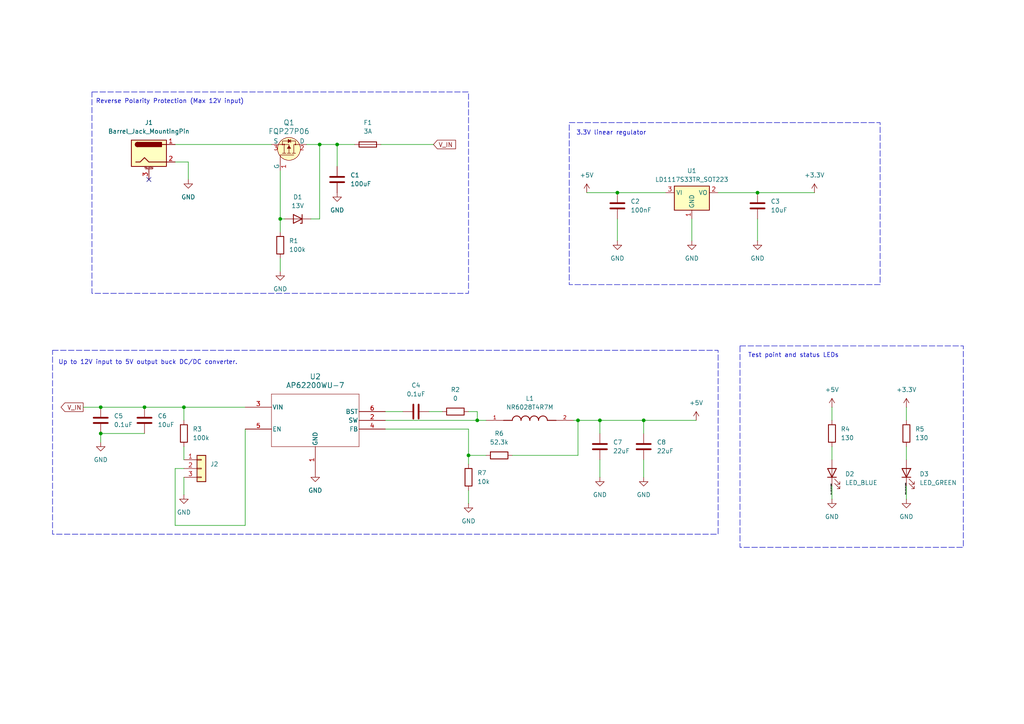
<source format=kicad_sch>
(kicad_sch (version 20250114) (generator "eeschema") (generator_version "9.0")
  (paper "A4")
  (title_block (title "Power Regulation/Protection") (date "2025-09-15") (rev "R1.0") (company "Cedric Roghi"))
  (lib_symbols
    (symbol "2025-09-12_03-45-01:AP62200WU-7" (pin_names (offset 0.254))
      (property "Reference" "U2" (at 20.32 10.16 0))
      (property "Value" "AP62200WU-7" (at 20.32 7.62 0))
      (symbol "AP62200WU-7_0_1"
        (polyline (pts (xy 7.62 5.08) (xy 7.62 -10.16)) (stroke (width 0.127)))
        (polyline (pts (xy 7.62 -10.16) (xy 33.02 -10.16)) (stroke (width 0.127)))
        (polyline (pts (xy 33.02 5.08) (xy 7.62 5.08)) (stroke (width 0.127)))
        (polyline (pts (xy 33.02 -10.16) (xy 33.02 5.08)) (stroke (width 0.127)))
        (pin power_in line (at 0 1.27 0) (length 7.62) (name "VIN") (number "3"))
        (pin input line (at 0 -5.08 0) (length 7.62) (name "EN") (number "5"))
        (pin power_out line (at 20.32 -17.78 90) (length 7.62) (name "GND") (number "1"))
        (pin input line (at 40.64 0 180) (length 7.62) (name "BST") (number "6"))
        (pin unspecified line (at 40.64 -2.54 180) (length 7.62) (name "SW") (number "2"))
        (pin unspecified line (at 40.64 -5.08 180) (length 7.62) (name "FB") (number "4"))
      )
    )
    (symbol "Connector:Barrel_Jack_MountingPin" (pin_names (hide yes))
      (property "Reference" "J1" (at 0 8.89 0))
      (property "Value" "Barrel_Jack_MountingPin" (at 0 6.35 0))
      (symbol "Barrel_Jack_MountingPin_0_1"
        (rectangle (start -5.08 3.81) (end 5.08 -3.81) (stroke (width 0.254)) (fill (type background)))
        (polyline (pts (xy -3.81 -2.54) (xy -2.54 -2.54) (xy -1.27 -1.27) (xy 0 -2.54) (xy 2.54 -2.54) (xy 5.08 -2.54)) (stroke (width 0.254)))
        (arc (start -3.302 1.905) (mid -3.9343 2.54) (end -3.302 3.175) (stroke (width 0.254)))
        (arc (start -3.302 1.905) (mid -3.9343 2.54) (end -3.302 3.175) (stroke (width 0.254)) (fill (type outline)))
        (rectangle (start 3.683 3.175) (end -3.302 1.905) (stroke (width 0.254)) (fill (type outline)))
        (polyline (pts (xy 5.08 2.54) (xy 3.81 2.54)) (stroke (width 0.254)))
      )
      (symbol "Barrel_Jack_MountingPin_1_1"
        (polyline (pts (xy -1.016 -4.572) (xy 1.016 -4.572)) (stroke (width 0.1524)))
        (text "Mounting" (at 0 -4.191 0) (effects (font (size 0.381 0.381))))
        (pin passive line (at 0 -7.62 90) (length 3.048) (name "MountPin") (number "3"))
        (pin passive line (at 7.62 2.54 180) (length 2.54) (name "~") (number "1"))
        (pin passive line (at 7.62 -2.54 180) (length 2.54) (name "~") (number "2"))
      )
    )
    (symbol "Connector_Generic:Conn_01x03" (pin_names (offset 1.016) (hide yes))
      (property "Reference" "J" (at 0 5.08 0))
      (property "Value" "Conn_01x03" (at 0 -5.08 0))
      (symbol "Conn_01x03_1_1"
        (rectangle (start -1.27 3.81) (end 1.27 -3.81) (stroke (width 0.254)) (fill (type background)))
        (rectangle (start -1.27 2.667) (end 0 2.413) (stroke (width 0.1524)))
        (rectangle (start -1.27 0.127) (end 0 -0.127) (stroke (width 0.1524)))
        (rectangle (start -1.27 -2.413) (end 0 -2.667) (stroke (width 0.1524)))
        (pin passive line (at -5.08 2.54 0) (length 3.81) (name "Pin_1") (number "1"))
        (pin passive line (at -5.08 0 0) (length 3.81) (name "Pin_2") (number "2"))
        (pin passive line (at -5.08 -2.54 0) (length 3.81) (name "Pin_3") (number "3"))
      )
    )
    (symbol "Device:C" (pin_numbers (hide yes)) (pin_names (offset 0.254))
      (property "Reference" "C" (at 0.635 2.54 0))
      (property "Value" "C" (at 0.635 -2.54 0))
      (symbol "C_0_1"
        (polyline (pts (xy -2.032 0.762) (xy 2.032 0.762)) (stroke (width 0.508)))
        (polyline (pts (xy -2.032 -0.762) (xy 2.032 -0.762)) (stroke (width 0.508)))
      )
      (symbol "C_1_1"
        (pin passive line (at 0 3.81 270) (length 2.794) (name "~") (number "1"))
        (pin passive line (at 0 -3.81 90) (length 2.794) (name "~") (number "2"))
      )
    )
    (symbol "Device:D_Zener" (pin_numbers (hide yes)) (pin_names (offset 1.016) (hide yes))
      (property "Reference" "D" (at 0 2.54 0))
      (property "Value" "D_Zener" (at 0 -2.54 0))
      (symbol "D_Zener_0_1"
        (polyline (pts (xy -1.27 -1.27) (xy -1.27 1.27) (xy -0.762 1.27)) (stroke (width 0.254)))
        (polyline (pts (xy 1.27 0) (xy -1.27 0)))
        (polyline (pts (xy 1.27 -1.27) (xy 1.27 1.27) (xy -1.27 0) (xy 1.27 -1.27)) (stroke (width 0.254)))
      )
      (symbol "D_Zener_1_1"
        (pin passive line (at -3.81 0 0) (length 2.54) (name "K") (number "1"))
        (pin passive line (at 3.81 0 180) (length 2.54) (name "A") (number "2"))
      )
    )
    (symbol "Device:Fuse" (pin_numbers (hide yes)) (pin_names (offset 0))
      (property "Reference" "F" (at 2.032 0 90))
      (property "Value" "Fuse" (at -1.905 0 90))
      (symbol "Fuse_0_1"
        (rectangle (start -0.762 -2.54) (end 0.762 2.54) (stroke (width 0.254)))
        (polyline (pts (xy 0 2.54) (xy 0 -2.54)))
      )
      (symbol "Fuse_1_1"
        (pin passive line (at 0 3.81 270) (length 1.27) (name "~") (number "1"))
        (pin passive line (at 0 -3.81 90) (length 1.27) (name "~") (number "2"))
      )
    )
    (symbol "Device:LED" (pin_numbers (hide yes)) (pin_names (offset 1.016) (hide yes))
      (property "Reference" "D" (at 0 2.54 0))
      (property "Value" "LED" (at 0 -2.54 0))
      (symbol "LED_0_1"
        (polyline (pts (xy -3.048 -0.762) (xy -4.572 -2.286) (xy -3.81 -2.286) (xy -4.572 -2.286) (xy -4.572 -1.524)))
        (polyline (pts (xy -1.778 -0.762) (xy -3.302 -2.286) (xy -2.54 -2.286) (xy -3.302 -2.286) (xy -3.302 -1.524)))
        (polyline (pts (xy -1.27 0) (xy 1.27 0)))
        (polyline (pts (xy -1.27 -1.27) (xy -1.27 1.27)) (stroke (width 0.254)))
        (polyline (pts (xy 1.27 -1.27) (xy 1.27 1.27) (xy -1.27 0) (xy 1.27 -1.27)) (stroke (width 0.254)))
      )
      (symbol "LED_1_1"
        (pin passive line (at -3.81 0 0) (length 2.54) (name "K") (number "1"))
        (pin passive line (at 3.81 0 180) (length 2.54) (name "A") (number "2"))
      )
    )
    (symbol "Device:R" (pin_numbers (hide yes)) (pin_names (offset 0))
      (property "Reference" "R" (at 2.032 0 90))
      (property "Value" "R" (at 0 0 90))
      (symbol "R_0_1"
        (rectangle (start -1.016 -2.54) (end 1.016 2.54) (stroke (width 0.254)))
      )
      (symbol "R_1_1"
        (pin passive line (at 0 3.81 270) (length 1.27) (name "~") (number "1"))
        (pin passive line (at 0 -3.81 90) (length 1.27) (name "~") (number "2"))
      )
    )
    (symbol "NR6028T4R7M:NR6028T4R7M" (pin_names (offset 1.016))
      (property "Reference" "L" (at -5.08 2.54 0))
      (property "Value" "NR6028T4R7M" (at -5.08 -2.54 0))
      (symbol "NR6028T4R7M_0_0"
        (polyline (pts (xy -5.08 0) (xy -7.62 0)) (stroke (width 0.254)))
        (arc (start -5.08 0) (mid -3.81 1.2645) (end -2.54 0) (stroke (width 0.254)))
        (arc (start -2.54 0) (mid -1.27 1.2645) (end 0 0) (stroke (width 0.254)))
        (arc (start 0 0) (mid 1.27 1.2645) (end 2.54 0) (stroke (width 0.254)))
        (arc (start 2.54 0) (mid 3.81 1.2645) (end 5.08 0) (stroke (width 0.254)))
        (polyline (pts (xy 5.08 0) (xy 7.62 0)) (stroke (width 0.254)))
        (pin passive line (at -12.7 0 0) (length 5.08) (name "~") (number "1"))
        (pin passive line (at 12.7 0 180) (length 5.08) (name "~") (number "2"))
      )
    )
    (symbol "Regulator_Linear:LD1117S33TR_SOT223"
      (property "Reference" "U" (at -3.81 3.175 0))
      (property "Value" "LD1117S33TR_SOT223" (at 0 3.175 0))
      (symbol "LD1117S33TR_SOT223_0_1"
        (rectangle (start -5.08 -5.08) (end 5.08 1.905) (stroke (width 0.254)) (fill (type background)))
      )
      (symbol "LD1117S33TR_SOT223_1_1"
        (pin power_in line (at -7.62 0 0) (length 2.54) (name "VI") (number "3"))
        (pin power_in line (at 0 -7.62 90) (length 2.54) (name "GND") (number "1"))
        (pin power_out line (at 7.62 0 180) (length 2.54) (name "VO") (number "2"))
      )
    )
    (symbol "dk_Transistors-FETs-MOSFETs-Single:FQP27P06" (pin_names (offset 0))
      (property "Reference" "Q" (at -2.6924 3.6322 0))
      (property "Value" "FQP27P06" (at 3.4544 0 90))
      (symbol "FQP27P06_0_1"
        (polyline (pts (xy -5.08 -2.54) (xy -3.048 -2.54) (xy -3.048 1.397)))
        (circle (center -1.27 0) (radius 3.302) (fill (type background)))
        (polyline (pts (xy -0.127 -1.905) (xy 1.016 -1.905) (xy 1.016 1.397) (xy 1.016 1.905) (xy -0.127 1.905)))
        (polyline (pts (xy 0 2.54) (xy 0 1.397) (xy -2.54 1.397)))
        (circle (center 0 1.905) (radius 0.127))
        (polyline (pts (xy 0 -1.397) (xy -2.54 -1.397)))
        (circle (center 0 -1.397) (radius 0.127))
        (circle (center 0 -1.905) (radius 0.127))
        (polyline (pts (xy 0 -2.54) (xy 0 0) (xy -2.54 0)))
      )
      (symbol "FQP27P06_1_1"
        (polyline (pts (xy -2.54 1.905) (xy -2.54 0.889)))
        (polyline (pts (xy -2.54 0) (xy -2.54 0.508)))
        (polyline (pts (xy -2.54 0) (xy -2.54 -0.508)))
        (polyline (pts (xy -2.54 -1.397) (xy -2.54 -0.889)))
        (polyline (pts (xy -2.54 -1.397) (xy -2.54 -1.905)))
        (polyline (pts (xy -0.381 0) (xy -1.143 0.508) (xy -1.143 -0.508) (xy -0.381 0)) (fill (type outline)))
        (polyline (pts (xy 1.016 0.508) (xy 0.508 -0.254) (xy 1.524 -0.254) (xy 1.016 0.508)) (fill (type outline)))
        (polyline (pts (xy 1.524 0.508) (xy 0.508 0.508)))
        (pin bidirectional line (at -7.62 -2.54 0) (length 2.54) (name "G") (number "1"))
        (pin bidirectional line (at 0 5.08 270) (length 2.54) (name "D") (number "2"))
        (pin bidirectional line (at 0 -5.08 90) (length 2.54) (name "S") (number "3"))
      )
    )
    (symbol "power:+3.3V" (power) (pin_numbers (hide yes)) (pin_names (offset 0) (hide yes))
      (property "Value" "+3.3V" (at 0 3.556 0))
      (symbol "+3.3V_0_1"
        (polyline (pts (xy -0.762 1.27) (xy 0 2.54)))
        (polyline (pts (xy 0 2.54) (xy 0.762 1.27)))
        (polyline (pts (xy 0 0) (xy 0 2.54)))
      )
      (symbol "+3.3V_1_1"
        (pin power_in line (at 0 0 90) (length 0) (name "~") (number "1"))
      )
    )
    (symbol "power:+5V" (power) (pin_numbers (hide yes)) (pin_names (offset 0) (hide yes))
      (property "Value" "+5V" (at 0 3.556 0))
      (symbol "+5V_0_1"
        (polyline (pts (xy -0.762 1.27) (xy 0 2.54)))
        (polyline (pts (xy 0 2.54) (xy 0.762 1.27)))
        (polyline (pts (xy 0 0) (xy 0 2.54)))
      )
      (symbol "+5V_1_1"
        (pin power_in line (at 0 0 90) (length 0) (name "~") (number "1"))
      )
    )
    (symbol "power:GND" (power) (pin_numbers (hide yes)) (pin_names (offset 0) (hide yes))
      (property "Value" "GND" (at 0 -3.81 0))
      (symbol "GND_0_1"
        (polyline (pts (xy 0 0) (xy 0 -1.27) (xy 1.27 -1.27) (xy 0 -2.54) (xy -1.27 -1.27) (xy 0 -1.27)))
      )
      (symbol "GND_1_1"
        (pin power_in line (at 0 0 270) (length 0) (name "~") (number "1"))
      )
    )
  )
  (rectangle (start 26.67 26.67) (end 135.89 85.09) (stroke (width 0) (type dash)))
  (rectangle (start 165.1 35.56) (end 255.27 82.55) (stroke (width 0) (type dash)))
  (rectangle (start 214.63 100.33) (end 279.4 158.75) (stroke (width 0) (type dash)))
  (rectangle (start 15.24 101.6) (end 208.28 154.94) (stroke (width 0) (type dash)))
  (text "Up to 12V input to 5V output buck DC/DC converter." (at 42.926 105.156 0) (effects (font (size 1.27 1.27))))
  (text "3.3V linear regulator" (at 177.292 38.608 0) (effects (font (size 1.27 1.27))))
  (text "Test point and status LEDs" (at 230.124 103.124 0) (effects (font (size 1.27 1.27))))
  (text "Reverse Polarity Protection (Max 12V input)" (at 49.276 29.464 0) (effects (font (size 1.27 1.27))))
  (junction (at 179.07 55.88))
  (junction (at 29.21 118.11))
  (junction (at 173.99 121.92))
  (junction (at 97.79 41.91))
  (junction (at 53.34 118.11))
  (junction (at 41.91 118.11))
  (junction (at 167.64 121.92))
  (junction (at 29.21 125.73))
  (junction (at 92.71 41.91))
  (junction (at 135.89 132.08))
  (junction (at 81.28 63.5))
  (junction (at 138.43 121.92))
  (junction (at 219.71 55.88))
  (junction (at 186.69 121.92))
  (no_connect (at 43.18 52.07))
  (wire (pts (xy 241.3 140.97) (xy 241.3 144.78)))
  (wire (pts (xy 167.64 121.92) (xy 173.99 121.92)))
  (wire (pts (xy 53.34 138.43) (xy 53.34 143.51)))
  (wire (pts (xy 186.69 133.35) (xy 186.69 138.43)))
  (wire (pts (xy 97.79 41.91) (xy 97.79 48.26)))
  (wire (pts (xy 41.91 118.11) (xy 53.34 118.11)))
  (wire (pts (xy 82.55 63.5) (xy 81.28 63.5)))
  (wire (pts (xy 208.28 55.88) (xy 219.71 55.88)))
  (wire (pts (xy 200.66 63.5) (xy 200.66 69.85)))
  (wire (pts (xy 29.21 128.27) (xy 29.21 125.73)))
  (wire (pts (xy 111.76 121.92) (xy 138.43 121.92)))
  (wire (pts (xy 50.8 152.4) (xy 50.8 135.89)))
  (wire (pts (xy 179.07 55.88) (xy 193.04 55.88)))
  (wire (pts (xy 135.89 132.08) (xy 135.89 134.62)))
  (wire (pts (xy 90.17 63.5) (xy 92.71 63.5)))
  (wire (pts (xy 92.71 41.91) (xy 92.71 63.5)))
  (wire (pts (xy 219.71 55.88) (xy 236.22 55.88)))
  (wire (pts (xy 179.07 63.5) (xy 179.07 69.85)))
  (wire (pts (xy 173.99 121.92) (xy 186.69 121.92)))
  (wire (pts (xy 53.34 118.11) (xy 53.34 121.92)))
  (wire (pts (xy 167.64 132.08) (xy 148.59 132.08)))
  (wire (pts (xy 41.91 125.73) (xy 29.21 125.73)))
  (wire (pts (xy 50.8 41.91) (xy 78.74 41.91)))
  (wire (pts (xy 173.99 121.92) (xy 173.99 125.73)))
  (wire (pts (xy 97.79 41.91) (xy 102.87 41.91)))
  (wire (pts (xy 53.34 129.54) (xy 53.34 133.35)))
  (wire (pts (xy 92.71 41.91) (xy 97.79 41.91)))
  (wire (pts (xy 111.76 124.46) (xy 135.89 124.46)))
  (wire (pts (xy 135.89 142.24) (xy 135.89 146.05)))
  (wire (pts (xy 54.61 52.07) (xy 54.61 46.99)))
  (wire (pts (xy 186.69 121.92) (xy 201.93 121.92)))
  (wire (pts (xy 186.69 121.92) (xy 186.69 125.73)))
  (wire (pts (xy 138.43 121.92) (xy 140.97 121.92)))
  (wire (pts (xy 167.64 121.92) (xy 166.37 121.92)))
  (wire (pts (xy 241.3 129.54) (xy 241.3 133.35)))
  (wire (pts (xy 262.89 129.54) (xy 262.89 133.35)))
  (wire (pts (xy 53.34 118.11) (xy 71.12 118.11)))
  (wire (pts (xy 110.49 41.91) (xy 125.73 41.91)))
  (wire (pts (xy 262.89 118.11) (xy 262.89 121.92)))
  (wire (pts (xy 81.28 74.93) (xy 81.28 78.74)))
  (wire (pts (xy 29.21 118.11) (xy 41.91 118.11)))
  (wire (pts (xy 50.8 152.4) (xy 71.12 152.4)))
  (wire (pts (xy 54.61 46.99) (xy 50.8 46.99)))
  (wire (pts (xy 124.46 119.38) (xy 128.27 119.38)))
  (wire (pts (xy 241.3 118.11) (xy 241.3 121.92)))
  (wire (pts (xy 219.71 63.5) (xy 219.71 69.85)))
  (wire (pts (xy 138.43 119.38) (xy 138.43 121.92)))
  (wire (pts (xy 81.28 63.5) (xy 81.28 49.53)))
  (wire (pts (xy 111.76 119.38) (xy 116.84 119.38)))
  (wire (pts (xy 140.97 132.08) (xy 135.89 132.08)))
  (wire (pts (xy 24.13 118.11) (xy 29.21 118.11)))
  (wire (pts (xy 167.64 121.92) (xy 167.64 132.08)))
  (wire (pts (xy 50.8 135.89) (xy 53.34 135.89)))
  (wire (pts (xy 135.89 124.46) (xy 135.89 132.08)))
  (wire (pts (xy 71.12 124.46) (xy 71.12 152.4)))
  (wire (pts (xy 135.89 119.38) (xy 138.43 119.38)))
  (wire (pts (xy 170.18 55.88) (xy 179.07 55.88)))
  (wire (pts (xy 262.89 140.97) (xy 262.89 144.78)))
  (wire (pts (xy 81.28 63.5) (xy 81.28 67.31)))
  (wire (pts (xy 88.9 41.91) (xy 92.71 41.91)))
  (wire (pts (xy 173.99 133.35) (xy 173.99 138.43)))
  (label "5V_LED_CATHODE" (at 241.3 143.51 90) (effects (font (size 0.254 0.254))))
  (label "3V3_LED_CATHODE" (at 262.89 143.51 90) (effects (font (size 0.254 0.254))))
  (global_label "V_IN" (shape input) (at 125.73 41.91 0) (property "Intersheetrefs" "${INTERSHEET_REFS}" (effects (hide yes))))
  (global_label "V_IN" (shape output) (at 24.13 118.11 180) (property "Intersheetrefs" "${INTERSHEET_REFS}" (effects (hide yes))))
  (symbol (lib_id "Device:C") (at 41.91 121.92 0) (unit 1)
    (property "Reference" "C6" (at 45.72 120.6499 0) (effects (justify left)))
    (property "Value" "10uF" (at 45.72 123.1899 0) (effects (justify left)))
    (property "Footprint" "Capacitor_SMD:C_0603_1608Metric_Pad1.08x0.95mm_HandSolder" (effects (hide yes)))
    (property "Description" "Unpolarized capacitor" (effects (hide yes)))
  )
  (symbol (lib_id "power:GND") (at 173.99 138.43 0) (unit 1)
    (property "Reference" "#PWR013" (effects (hide yes)))
    (property "Value" "GND" (at 173.99 143.51 0))
    (property "Description" "Power symbol creates a global label with name \"GND\" , ground" (effects (hide yes)))
  )
  (symbol (lib_id "2025-09-12_03-45-01:AP62200WU-7") (at 71.12 119.38 0) (unit 1)
    (property "Reference" "U2" (at 91.44 109.22 0) (effects (font (size 1.524 1.524))))
    (property "Value" "AP62200WU-7" (at 91.44 111.76 0) (effects (font (size 1.524 1.524))))
    (property "Footprint" "AP62200WU:TSOT26-WU_DIO-M" (effects (hide yes)))
    (property "Datasheet" "AP62200WU-7" (effects (hide yes)))
  )
  (symbol (lib_id "Device:R") (at 144.78 132.08 90) (unit 1)
    (property "Reference" "R6" (at 144.78 125.73 90))
    (property "Value" "52.3k" (at 144.78 128.27 90))
    (property "Footprint" "Resistor_SMD:R_0603_1608Metric_Pad0.98x0.95mm_HandSolder" (effects (hide yes)))
    (property "Description" "Resistor" (effects (hide yes)))
  )
  (symbol (lib_id "Device:R") (at 132.08 119.38 90) (unit 1)
    (property "Reference" "R2" (at 132.08 113.03 90))
    (property "Value" "0" (at 132.08 115.57 90))
    (property "Footprint" "Resistor_SMD:R_0603_1608Metric_Pad0.98x0.95mm_HandSolder" (effects (hide yes)))
    (property "Description" "Resistor" (effects (hide yes)))
  )
  (symbol (lib_id "power:GND") (at 200.66 69.85 0) (unit 1)
    (property "Reference" "#PWR05" (effects (hide yes)))
    (property "Value" "GND" (at 200.66 74.93 0))
    (property "Description" "Power symbol creates a global label with name \"GND\" , ground" (effects (hide yes)))
  )
  (symbol (lib_id "power:GND") (at 241.3 144.78 0) (unit 1)
    (property "Reference" "#PWR016" (effects (hide yes)))
    (property "Value" "GND" (at 241.3 149.86 0))
    (property "Description" "Power symbol creates a global label with name \"GND\" , ground" (effects (hide yes)))
  )
  (symbol (lib_id "Connector:Barrel_Jack_MountingPin") (at 43.18 44.45 0) (unit 1)
    (property "Reference" "J1" (at 43.18 35.56 0))
    (property "Value" "Barrel_Jack_MountingPin" (at 43.18 38.1 0))
    (property "Footprint" "Connector_BarrelJack:BarrelJack_Horizontal" (effects (hide yes)))
    (property "Description" "DC Barrel Jack with a mounting pin" (effects (hide yes)))
  )
  (symbol (lib_id "power:GND") (at 81.28 78.74 0) (unit 1)
    (property "Reference" "#PWR06" (effects (hide yes)))
    (property "Value" "GND" (at 81.28 83.82 0))
    (property "Description" "Power symbol creates a global label with name \"GND\" , ground" (effects (hide yes)))
  )
  (symbol (lib_id "power:GND") (at 54.61 52.07 0) (unit 1)
    (property "Reference" "#PWR01" (effects (hide yes)))
    (property "Value" "GND" (at 54.61 57.15 0))
    (property "Description" "Power symbol creates a global label with name \"GND\" , ground" (effects (hide yes)))
  )
  (symbol (lib_id "Device:C") (at 29.21 121.92 0) (unit 1)
    (property "Reference" "C5" (at 33.02 120.6499 0) (effects (justify left)))
    (property "Value" "0.1uF" (at 33.02 123.1899 0) (effects (justify left)))
    (property "Footprint" "Capacitor_SMD:C_0603_1608Metric_Pad1.08x0.95mm_HandSolder" (effects (hide yes)))
    (property "Description" "Unpolarized capacitor" (effects (hide yes)))
  )
  (symbol (lib_id "dk_Transistors-FETs-MOSFETs-Single:FQP27P06") (at 83.82 41.91 270) (mirror x) (unit 1)
    (property "Reference" "Q1" (at 83.82 35.56 90) (effects (font (size 1.524 1.524))))
    (property "Value" "FQP27P06" (at 83.82 38.1 90) (effects (font (size 1.524 1.524))))
    (property "Footprint" "digikey-footprints:TO-220-3" (effects (hide yes)))
    (property "Datasheet" "https://www.onsemi.com/pub/Collateral/FQP27P06-D.PDF" (effects (hide yes)))
    (property "Description" "MOSFET P-CH 60V 27A TO-220" (effects (hide yes)))
    (property "Digi-Key_PN" "FQP27P06-ND" (effects (hide yes)))
    (property "MPN" "FQP27P06" (effects (hide yes)))
    (property "Category" "Discrete Semiconductor Products" (effects (hide yes)))
    (property "Family" "Transistors - FETs, MOSFETs - Single" (effects (hide yes)))
    (property "DK_Datasheet_Link" "https://www.onsemi.com/pub/Collateral/FQP27P06-D.PDF" (effects (hide yes)))
    (property "DK_Detail_Page" "/product-detail/en/on-semiconductor/FQP27P06/FQP27P06-ND/965349" (effects (hide yes)))
    (property "Description_1" "MOSFET P-CH 60V 27A TO-220" (effects (hide yes)))
    (property "Manufacturer" "ON Semiconductor" (effects (hide yes)))
    (property "Status" "Active" (effects (hide yes)))
  )
  (symbol (lib_id "power:+5V") (at 201.93 121.92 0) (unit 1)
    (property "Reference" "#PWR09" (effects (hide yes)))
    (property "Value" "+5V" (at 201.93 116.84 0))
    (property "Description" "Power symbol creates a global label with name \"+5V\"" (effects (hide yes)))
  )
  (symbol (lib_id "power:GND") (at 91.44 137.16 0) (unit 1)
    (property "Reference" "#PWR012" (effects (hide yes)))
    (property "Value" "GND" (at 91.44 142.24 0))
    (property "Description" "Power symbol creates a global label with name \"GND\" , ground" (effects (hide yes)))
  )
  (symbol (lib_id "Device:R") (at 262.89 125.73 0) (unit 1)
    (property "Reference" "R5" (at 265.43 124.4599 0) (effects (justify left)))
    (property "Value" "130" (at 265.43 126.9999 0) (effects (justify left)))
    (property "Footprint" "Resistor_SMD:R_0603_1608Metric_Pad0.98x0.95mm_HandSolder" (effects (hide yes)))
    (property "Description" "Resistor" (effects (hide yes)))
  )
  (symbol (lib_id "NR6028T4R7M:NR6028T4R7M") (at 153.67 121.92 0) (unit 1)
    (property "Reference" "L1" (at 153.67 115.57 0))
    (property "Value" "NR6028T4R7M" (at 153.67 118.11 0))
    (property "Footprint" "NR6028T4R7M:IND_NR6028T4R7M" (effects (hide yes)))
    (property "STANDARD" "Manufacturer Recommendation" (effects (hide yes)))
    (property "MANUFACTURER" "Taiyo Yuden" (effects (hide yes)))
  )
  (symbol (lib_id "power:GND") (at 53.34 143.51 0) (unit 1)
    (property "Reference" "#PWR015" (effects (hide yes)))
    (property "Value" "GND" (at 53.34 148.59 0))
    (property "Description" "Power symbol creates a global label with name \"GND\" , ground" (effects (hide yes)))
  )
  (symbol (lib_id "power:+3.3V") (at 236.22 55.88 0) (unit 1)
    (property "Reference" "#PWR04" (effects (hide yes)))
    (property "Value" "+3.3V" (at 236.22 50.8 0))
    (property "Description" "Power symbol creates a global label with name \"+3.3V\"" (effects (hide yes)))
  )
  (symbol (lib_id "power:GND") (at 219.71 69.85 0) (unit 1)
    (property "Reference" "#PWR057" (effects (hide yes)))
    (property "Value" "GND" (at 219.71 74.93 0))
    (property "Description" "Power symbol creates a global label with name \"GND\" , ground" (effects (hide yes)))
  )
  (symbol (lib_id "Device:R") (at 53.34 125.73 0) (unit 1)
    (property "Reference" "R3" (at 55.88 124.4599 0) (effects (justify left)))
    (property "Value" "100k" (at 55.88 126.9999 0) (effects (justify left)))
    (property "Footprint" "Resistor_SMD:R_0603_1608Metric_Pad0.98x0.95mm_HandSolder" (effects (hide yes)))
    (property "Description" "Resistor" (effects (hide yes)))
  )
  (symbol (lib_id "Device:R") (at 81.28 71.12 0) (unit 1)
    (property "Reference" "R1" (at 83.82 69.8499 0) (effects (justify left)))
    (property "Value" "100k" (at 83.82 72.3899 0) (effects (justify left)))
    (property "Footprint" "Resistor_SMD:R_0603_1608Metric_Pad0.98x0.95mm_HandSolder" (effects (hide yes)))
    (property "Description" "Resistor" (effects (hide yes)))
  )
  (symbol (lib_id "power:GND") (at 179.07 69.85 0) (unit 1)
    (property "Reference" "#PWR058" (effects (hide yes)))
    (property "Value" "GND" (at 179.07 74.93 0))
    (property "Description" "Power symbol creates a global label with name \"GND\" , ground" (effects (hide yes)))
  )
  (symbol (lib_id "Device:R") (at 135.89 138.43 0) (unit 1)
    (property "Reference" "R7" (at 138.43 137.1599 0) (effects (justify left)))
    (property "Value" "10k" (at 138.43 139.6999 0) (effects (justify left)))
    (property "Footprint" "Resistor_SMD:R_0603_1608Metric_Pad0.98x0.95mm_HandSolder" (effects (hide yes)))
    (property "Description" "Resistor" (effects (hide yes)))
  )
  (symbol (lib_id "Device:C") (at 219.71 59.69 0) (unit 1)
    (property "Reference" "C3" (at 223.52 58.4199 0) (effects (justify left)))
    (property "Value" "10uF" (at 223.52 60.9599 0) (effects (justify left)))
    (property "Footprint" "Capacitor_SMD:C_0603_1608Metric_Pad1.08x0.95mm_HandSolder" (effects (hide yes)))
    (property "Description" "Unpolarized capacitor" (effects (hide yes)))
  )
  (symbol (lib_id "Device:C") (at 179.07 59.69 0) (unit 1)
    (property "Reference" "C2" (at 182.88 58.4199 0) (effects (justify left)))
    (property "Value" "100nF" (at 182.88 60.9599 0) (effects (justify left)))
    (property "Footprint" "Capacitor_SMD:C_0603_1608Metric_Pad1.08x0.95mm_HandSolder" (effects (hide yes)))
    (property "Description" "Unpolarized capacitor" (effects (hide yes)))
  )
  (symbol (lib_id "power:GND") (at 262.89 144.78 0) (unit 1)
    (property "Reference" "#PWR017" (effects (hide yes)))
    (property "Value" "GND" (at 262.89 149.86 0))
    (property "Description" "Power symbol creates a global label with name \"GND\" , ground" (effects (hide yes)))
  )
  (symbol (lib_id "Device:Fuse") (at 106.68 41.91 270) (mirror x) (unit 1)
    (property "Reference" "F1" (at 106.68 35.56 90))
    (property "Value" "3A" (at 106.68 38.1 90))
    (property "Footprint" "Fuse:Fuse_0603_1608Metric_Pad1.05x0.95mm_HandSolder" (effects (hide yes)))
    (property "Description" "Fuse" (effects (hide yes)))
  )
  (symbol (lib_id "power:+3.3V") (at 262.89 118.11 0) (unit 1)
    (property "Reference" "#PWR08" (effects (hide yes)))
    (property "Value" "+3.3V" (at 262.89 113.03 0))
    (property "Description" "Power symbol creates a global label with name \"+3.3V\"" (effects (hide yes)))
  )
  (symbol (lib_id "power:+5V") (at 241.3 118.11 0) (unit 1)
    (property "Reference" "#PWR07" (effects (hide yes)))
    (property "Value" "+5V" (at 241.3 113.03 0))
    (property "Description" "Power symbol creates a global label with name \"+5V\"" (effects (hide yes)))
  )
  (symbol (lib_id "Device:D_Zener") (at 86.36 63.5 180) (unit 1)
    (property "Reference" "D1" (at 86.36 57.15 0))
    (property "Value" "13V" (at 86.36 59.69 0))
    (property "Footprint" "Diode_SMD:Nexperia_CFP3_SOD-123W" (effects (hide yes)))
    (property "Datasheet" "https://www.digikey.co.nz/en/products/detail/diodes-incorporated/BZT52C10-7-F/717726" (effects (hide yes)))
    (property "Description" "Zener diode" (effects (hide yes)))
  )
  (symbol (lib_id "Device:LED") (at 262.89 137.16 90) (unit 1)
    (property "Reference" "D3" (at 266.7 137.4774 90) (effects (justify right)))
    (property "Value" "LED_GREEN" (at 266.7 140.0174 90) (effects (justify right)))
    (property "Footprint" "LED_SMD:LED_0603_1608Metric_Pad1.05x0.95mm_HandSolder" (effects (hide yes)))
    (property "Description" "Light emitting diode" (effects (hide yes)))
    (property "Sim.Pins" "1=K 2=A" (effects (hide yes)))
  )
  (symbol (lib_id "power:GND") (at 135.89 146.05 0) (unit 1)
    (property "Reference" "#PWR018" (effects (hide yes)))
    (property "Value" "GND" (at 135.89 151.13 0))
    (property "Description" "Power symbol creates a global label with name \"GND\" , ground" (effects (hide yes)))
  )
  (symbol (lib_id "power:GND") (at 29.21 128.27 0) (unit 1)
    (property "Reference" "#PWR011" (effects (hide yes)))
    (property "Value" "GND" (at 29.21 133.35 0))
    (property "Description" "Power symbol creates a global label with name \"GND\" , ground" (effects (hide yes)))
  )
  (symbol (lib_id "power:+5V") (at 170.18 55.88 0) (unit 1)
    (property "Reference" "#PWR03" (effects (hide yes)))
    (property "Value" "+5V" (at 170.18 50.8 0))
    (property "Description" "Power symbol creates a global label with name \"+5V\"" (effects (hide yes)))
  )
  (symbol (lib_id "power:GND") (at 97.79 55.88 0) (unit 1)
    (property "Reference" "#PWR02" (effects (hide yes)))
    (property "Value" "GND" (at 97.79 60.96 0))
    (property "Description" "Power symbol creates a global label with name \"GND\" , ground" (effects (hide yes)))
  )
  (symbol (lib_id "Device:C") (at 120.65 119.38 90) (unit 1)
    (property "Reference" "C4" (at 120.65 111.76 90))
    (property "Value" "0.1uF" (at 120.65 114.3 90))
    (property "Footprint" "Capacitor_SMD:C_0603_1608Metric_Pad1.08x0.95mm_HandSolder" (effects (hide yes)))
    (property "Description" "Unpolarized capacitor" (effects (hide yes)))
  )
  (symbol (lib_id "Regulator_Linear:LD1117S33TR_SOT223") (at 200.66 55.88 0) (unit 1)
    (property "Reference" "U1" (at 200.66 49.53 0))
    (property "Value" "LD1117S33TR_SOT223" (at 200.66 52.07 0))
    (property "Footprint" "Package_TO_SOT_SMD:SOT-223" (effects (hide yes)))
    (property "Datasheet" "http://www.st.com/st-web-ui/static/active/en/resource/technical/document/datasheet/CD00000544.pdf" (effects (hide yes)))
    (property "Description" "800mA Fixed Low Drop Positive Voltage Regulator, Fixed Output 3.3V, SOT-223" (effects (hide yes)))
  )
  (symbol (lib_id "power:GND") (at 186.69 138.43 0) (unit 1)
    (property "Reference" "#PWR014" (effects (hide yes)))
    (property "Value" "GND" (at 186.69 143.51 0))
    (property "Description" "Power symbol creates a global label with name \"GND\" , ground" (effects (hide yes)))
  )
  (symbol (lib_id "Device:C") (at 173.99 129.54 0) (unit 1)
    (property "Reference" "C7" (at 177.8 128.2699 0) (effects (justify left)))
    (property "Value" "22uF" (at 177.8 130.8099 0) (effects (justify left)))
    (property "Footprint" "Capacitor_SMD:C_0603_1608Metric_Pad1.08x0.95mm_HandSolder" (effects (hide yes)))
    (property "Description" "Unpolarized capacitor" (effects (hide yes)))
  )
  (symbol (lib_id "Device:R") (at 241.3 125.73 0) (unit 1)
    (property "Reference" "R4" (at 243.84 124.4599 0) (effects (justify left)))
    (property "Value" "130" (at 243.84 126.9999 0) (effects (justify left)))
    (property "Footprint" "Resistor_SMD:R_0603_1608Metric_Pad0.98x0.95mm_HandSolder" (effects (hide yes)))
    (property "Description" "Resistor" (effects (hide yes)))
  )
  (symbol (lib_id "Device:LED") (at 241.3 137.16 90) (unit 1)
    (property "Reference" "D2" (at 245.11 137.4774 90) (effects (justify right)))
    (property "Value" "LED_BLUE" (at 245.11 140.0174 90) (effects (justify right)))
    (property "Footprint" "LED_SMD:LED_0603_1608Metric_Pad1.05x0.95mm_HandSolder" (effects (hide yes)))
    (property "Description" "Light emitting diode" (effects (hide yes)))
    (property "Sim.Pins" "1=K 2=A" (effects (hide yes)))
  )
  (symbol (lib_id "Device:C") (at 97.79 52.07 0) (unit 1)
    (property "Reference" "C1" (at 101.6 50.7999 0) (effects (justify left)))
    (property "Value" "100uF" (at 101.6 53.3399 0) (effects (justify left)))
    (property "Footprint" "Capacitor_THT:C_Radial_D6.3mm_H5.0mm_P2.50mm" (effects (hide yes)))
    (property "Description" "Unpolarized capacitor" (effects (hide yes)))
  )
  (symbol (lib_id "Device:C") (at 186.69 129.54 0) (unit 1)
    (property "Reference" "C8" (at 190.5 128.2699 0) (effects (justify left)))
    (property "Value" "22uF" (at 190.5 130.8099 0) (effects (justify left)))
    (property "Footprint" "Capacitor_SMD:C_0603_1608Metric_Pad1.08x0.95mm_HandSolder" (effects (hide yes)))
    (property "Description" "Unpolarized capacitor" (effects (hide yes)))
  )
  (symbol (lib_id "Connector_Generic:Conn_01x03") (at 58.42 135.89 0) (unit 1)
    (property "Reference" "J2" (at 60.96 134.6199 0) (effects (justify left)))
    (property "Value" "Conn_01x03" (effects (hide yes)))
    (property "Footprint" "Connector_PinHeader_2.54mm:PinHeader_1x03_P2.54mm_Vertical" (effects (hide yes)))
    (property "Description" "Generic connector, single row, 01x03, script generated (kicad-library-utils/schlib/autogen/connector/)" (effects (hide yes)))
  )
)
</source>
